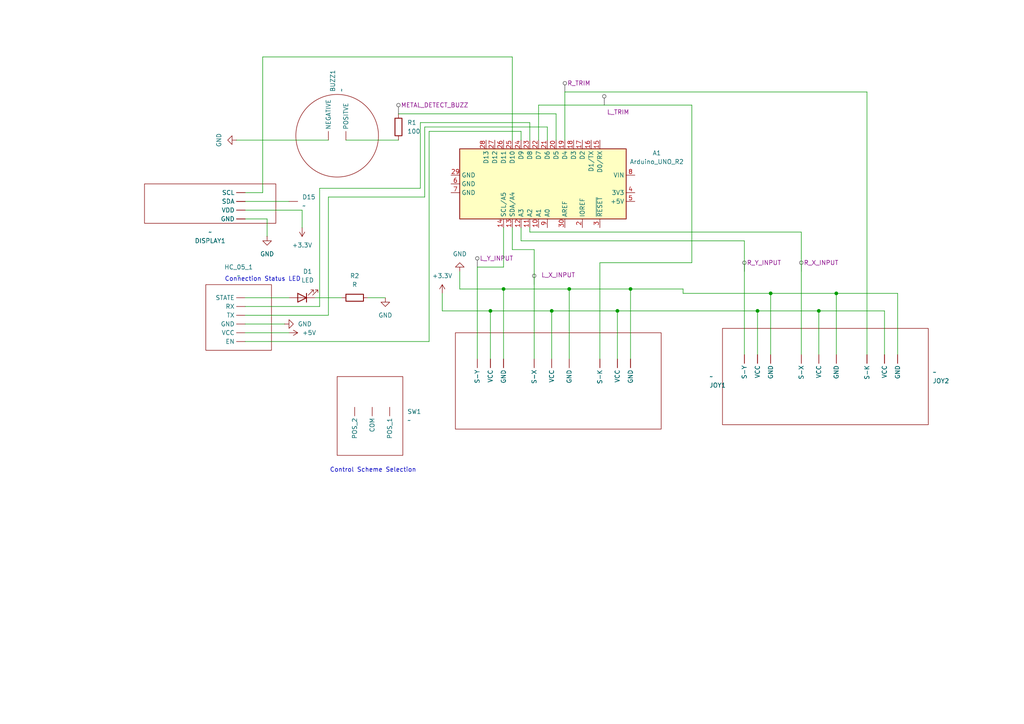
<source format=kicad_sch>
(kicad_sch (version 20250114) (generator "eeschema") (generator_version "9.0")
  (paper "A4")
  (lib_symbols
    (symbol "Device:LED" (pin_numbers (hide yes)) (pin_names (offset 1.016) (hide yes))
      (property "Reference" "D" (at 0 2.54 0))
      (property "Value" "LED" (at 0 -2.54 0))
      (symbol "LED_0_1"
        (polyline (pts (xy -3.048 -0.762) (xy -4.572 -2.286) (xy -3.81 -2.286) (xy -4.572 -2.286) (xy -4.572 -1.524)))
        (polyline (pts (xy -1.778 -0.762) (xy -3.302 -2.286) (xy -2.54 -2.286) (xy -3.302 -2.286) (xy -3.302 -1.524)))
        (polyline (pts (xy -1.27 0) (xy 1.27 0)))
        (polyline (pts (xy -1.27 -1.27) (xy -1.27 1.27)) (stroke (width 0.254)))
        (polyline (pts (xy 1.27 -1.27) (xy 1.27 1.27) (xy -1.27 0) (xy 1.27 -1.27)) (stroke (width 0.254)))
      )
      (symbol "LED_1_1"
        (pin passive line (at -3.81 0 0) (length 2.54) (name "K") (number "1"))
        (pin passive line (at 3.81 0 180) (length 2.54) (name "A") (number "2"))
      )
    )
    (symbol "Device:R" (pin_numbers (hide yes)) (pin_names (offset 0))
      (property "Reference" "R" (at 2.032 0 90))
      (property "Value" "R" (at 0 0 90))
      (symbol "R_0_1"
        (rectangle (start -1.016 -2.54) (end 1.016 2.54) (stroke (width 0.254)))
      )
      (symbol "R_1_1"
        (pin passive line (at 0 3.81 270) (length 1.27) (name "~") (number "1"))
        (pin passive line (at 0 -3.81 90) (length 1.27) (name "~") (number "2"))
      )
    )
    (symbol "JOYSTICK_1"
      (property "Reference" "JOY" (at -3.556 2.286 0))
      (symbol "JOYSTICK_1_0_1"
        (rectangle (start 48.26 -17.78) (end -11.43 10.16))
      )
      (symbol "JOYSTICK_1_1_1"
        (pin output line (at -5.08 -10.16 90) (length 2.54) (name "S-Y") (number ""))
        (pin input line (at -1.27 -10.16 90) (length 2.54) (name "VCC") (number ""))
        (pin input line (at 2.54 -10.16 90) (length 2.54) (name "GND") (number ""))
        (pin output line (at 11.43 -10.16 90) (length 2.54) (name "S-X") (number ""))
        (pin input line (at 16.51 -10.16 90) (length 2.54) (name "VCC") (number ""))
        (pin input line (at 21.59 -10.16 90) (length 2.54) (name "GND") (number ""))
        (pin output line (at 30.48 -10.16 90) (length 2.54) (name "S-K") (number ""))
        (pin input line (at 35.56 -10.16 90) (length 2.54) (name "VCC") (number ""))
        (pin input line (at 39.37 -10.16 90) (length 2.54) (name "GND") (number ""))
      )
    )
    (symbol "MCU_Module:Arduino_UNO_R2"
      (property "Reference" "A" (at -10.16 23.495 0))
      (property "Value" "Arduino_UNO_R2" (at 5.08 -26.67 0))
      (symbol "Arduino_UNO_R2_0_1"
        (rectangle (start -10.16 22.86) (end 10.16 -25.4) (stroke (width 0.254)) (fill (type background)))
      )
      (symbol "Arduino_UNO_R2_1_1"
        (pin bidirectional line (at -12.7 15.24 0) (length 2.54) (name "D0/RX") (number "15"))
        (pin bidirectional line (at -12.7 12.7 0) (length 2.54) (name "D1/TX") (number "16"))
        (pin bidirectional line (at -12.7 10.16 0) (length 2.54) (name "D2") (number "17"))
        (pin bidirectional line (at -12.7 7.62 0) (length 2.54) (name "D3") (number "18"))
        (pin bidirectional line (at -12.7 5.08 0) (length 2.54) (name "D4") (number "19"))
        (pin bidirectional line (at -12.7 2.54 0) (length 2.54) (name "D5") (number "20"))
        (pin bidirectional line (at -12.7 0 0) (length 2.54) (name "D6") (number "21"))
        (pin bidirectional line (at -12.7 -2.54 0) (length 2.54) (name "D7") (number "22"))
        (pin bidirectional line (at -12.7 -5.08 0) (length 2.54) (name "D8") (number "23"))
        (pin bidirectional line (at -12.7 -7.62 0) (length 2.54) (name "D9") (number "24"))
        (pin bidirectional line (at -12.7 -10.16 0) (length 2.54) (name "D10") (number "25"))
        (pin bidirectional line (at -12.7 -12.7 0) (length 2.54) (name "D11") (number "26"))
        (pin bidirectional line (at -12.7 -15.24 0) (length 2.54) (name "D12") (number "27"))
        (pin bidirectional line (at -12.7 -17.78 0) (length 2.54) (name "D13") (number "28"))
        (pin no_connect line (at -10.16 -20.32 0) (length 2.54) (hide yes) (name "NC") (number "1"))
        (pin power_in line (at -2.54 25.4 270) (length 2.54) (name "VIN") (number "8"))
        (pin power_in line (at -2.54 -27.94 90) (length 2.54) (name "GND") (number "29"))
        (pin power_in line (at 0 -27.94 90) (length 2.54) (name "GND") (number "6"))
        (pin power_out line (at 2.54 25.4 270) (length 2.54) (name "3V3") (number "4"))
        (pin power_in line (at 2.54 -27.94 90) (length 2.54) (name "GND") (number "7"))
        (pin power_out line (at 5.08 25.4 270) (length 2.54) (name "+5V") (number "5"))
        (pin input line (at 12.7 15.24 180) (length 2.54) (name "~{RESET}") (number "3"))
        (pin output line (at 12.7 10.16 180) (length 2.54) (name "IOREF") (number "2"))
        (pin input line (at 12.7 5.08 180) (length 2.54) (name "AREF") (number "30"))
        (pin bidirectional line (at 12.7 0 180) (length 2.54) (name "A0") (number "9"))
        (pin bidirectional line (at 12.7 -2.54 180) (length 2.54) (name "A1") (number "10"))
        (pin bidirectional line (at 12.7 -5.08 180) (length 2.54) (name "A2") (number "11"))
        (pin bidirectional line (at 12.7 -7.62 180) (length 2.54) (name "A3") (number "12"))
        (pin bidirectional line (at 12.7 -10.16 180) (length 2.54) (name "SDA/A4") (number "13"))
        (pin bidirectional line (at 12.7 -12.7 180) (length 2.54) (name "SCL/A5") (number "14"))
      )
    )
    (symbol "controller_components:BUZZ"
      (property "Reference" "BUZZ" (at 1.27 -6.604 0))
      (symbol "BUZZ_0_1"
        (circle (center 1.27 -12.7) (radius 11.9812))
      )
      (symbol "BUZZ_1_1"
        (pin passive line (at 0 -10.16 0) (length 2.54) (name "NEGATIVE") (number ""))
        (pin passive line (at 0 -15.24 0) (length 2.54) (name "POSITVE") (number ""))
      )
    )
    (symbol "controller_components:D15"
      (property "Reference" "D15" (at 0 0 0))
      (symbol "D15_1_1"
        (pin passive line (at 0 -2.54 180) (length 2.54) (name "") (number ""))
      )
    )
    (symbol "controller_components:DISPLAY"
      (property "Reference" "DISPLAY" (at 14.732 1.27 0))
      (symbol "DISPLAY_0_1"
        (rectangle (start -6.35 3.81) (end 31.75 -7.62))
      )
      (symbol "DISPLAY_1_1"
        (pin passive line (at 2.54 2.54 0) (length 2.54) (name "GND") (number ""))
        (pin passive line (at 2.54 0 0) (length 2.54) (name "VDD") (number ""))
        (pin passive line (at 2.54 -2.54 0) (length 2.54) (name "SDA") (number ""))
        (pin passive line (at 2.54 -5.08 0) (length 2.54) (name "SCL") (number ""))
      )
    )
    (symbol "controller_components:HC_05"
      (property "Reference" "HC_05" (at 0 1.27 0))
      (symbol "HC_05_0_1"
        (rectangle (start -5.08 3.81) (end 13.97 -15.24))
      )
      (symbol "HC_05_1_1"
        (pin passive line (at -2.54 -7.62 90) (length 2.54) (name "EN") (number ""))
        (pin passive line (at 0 -7.62 90) (length 2.54) (name "VCC") (number ""))
        (pin passive line (at 2.54 -7.62 90) (length 2.54) (name "GND") (number ""))
        (pin passive line (at 5.08 -7.62 90) (length 2.54) (name "TX") (number ""))
        (pin passive line (at 7.62 -7.62 90) (length 2.54) (name "RX") (number ""))
        (pin passive line (at 10.16 -7.62 90) (length 2.54) (name "STATE") (number ""))
      )
    )
    (symbol "controller_components:JOYSTICK"
      (property "Reference" "JOY" (at -3.556 2.286 0))
      (symbol "JOYSTICK_0_1"
        (rectangle (start 48.26 -17.78) (end -11.43 10.16))
      )
      (symbol "JOYSTICK_1_1"
        (pin output line (at -5.08 -10.16 90) (length 2.54) (name "S-Y") (number ""))
        (pin input line (at -1.27 -10.16 90) (length 2.54) (name "VCC") (number ""))
        (pin input line (at 2.54 -10.16 90) (length 2.54) (name "GND") (number ""))
        (pin output line (at 11.43 -10.16 90) (length 2.54) (name "S-X") (number ""))
        (pin input line (at 16.51 -10.16 90) (length 2.54) (name "VCC") (number ""))
        (pin input line (at 21.59 -10.16 90) (length 2.54) (name "GND") (number ""))
        (pin output line (at 30.48 -10.16 90) (length 2.54) (name "S-K") (number ""))
        (pin input line (at 35.56 -10.16 90) (length 2.54) (name "VCC") (number ""))
        (pin input line (at 39.37 -10.16 90) (length 2.54) (name "GND") (number ""))
      )
    )
    (symbol "controller_components:SWITCH"
      (property "Reference" "SW" (at 3.556 -1.524 0))
      (symbol "SWITCH_0_1"
        (rectangle (start -5.08 1.27) (end 13.97 -21.59))
      )
      (symbol "SWITCH_1_1"
        (pin passive line (at -1.27 -12.7 90) (length 2.54) (name "POS_1") (number ""))
        (pin passive line (at 3.81 -12.7 90) (length 2.54) (name "COM") (number ""))
        (pin passive line (at 8.89 -12.7 90) (length 2.54) (name "POS_2") (number ""))
      )
    )
    (symbol "power:+3.3V" (power) (pin_numbers (hide yes)) (pin_names (offset 0) (hide yes))
      (property "Value" "+3.3V" (at 0 3.556 0))
      (symbol "+3.3V_0_1"
        (polyline (pts (xy -0.762 1.27) (xy 0 2.54)))
        (polyline (pts (xy 0 2.54) (xy 0.762 1.27)))
        (polyline (pts (xy 0 0) (xy 0 2.54)))
      )
      (symbol "+3.3V_1_1"
        (pin power_in line (at 0 0 90) (length 0) (name "~") (number "1"))
      )
    )
    (symbol "power:+5V" (power) (pin_numbers (hide yes)) (pin_names (offset 0) (hide yes))
      (property "Value" "+5V" (at 0 3.556 0))
      (symbol "+5V_0_1"
        (polyline (pts (xy -0.762 1.27) (xy 0 2.54)))
        (polyline (pts (xy 0 2.54) (xy 0.762 1.27)))
        (polyline (pts (xy 0 0) (xy 0 2.54)))
      )
      (symbol "+5V_1_1"
        (pin power_in line (at 0 0 90) (length 0) (name "~") (number "1"))
      )
    )
    (symbol "power:GND" (power) (pin_numbers (hide yes)) (pin_names (offset 0) (hide yes))
      (property "Value" "GND" (at 0 -3.81 0))
      (symbol "GND_0_1"
        (polyline (pts (xy 0 0) (xy 0 -1.27) (xy 1.27 -1.27) (xy 0 -2.54) (xy -1.27 -1.27) (xy 0 -1.27)))
      )
      (symbol "GND_1_1"
        (pin power_in line (at 0 0 270) (length 0) (name "~") (number "1"))
      )
    )
  )
  (text "Connection Status LED" (at 76.2 81.026 0) (effects (font (size 1.27 1.27))))
  (text "Control Scheme Selection\n" (at 108.204 136.398 0) (effects (font (size 1.27 1.27))))
  (junction (at 146.05 83.82))
  (junction (at 219.71 90.17))
  (junction (at 182.88 83.82))
  (junction (at 242.57 85.09))
  (junction (at 223.52 85.09))
  (junction (at 160.02 90.17))
  (junction (at 142.24 90.17))
  (junction (at 165.1 83.82))
  (junction (at 237.49 90.17))
  (junction (at 179.07 90.17))
  (wire (pts (xy 156.21 30.48) (xy 200.66 30.48)))
  (wire (pts (xy 151.13 40.64) (xy 151.13 38.1)))
  (wire (pts (xy 161.29 33.02) (xy 115.57 33.02)))
  (wire (pts (xy 256.54 90.17) (xy 237.49 90.17)))
  (wire (pts (xy 76.2 55.88) (xy 71.12 55.88)))
  (wire (pts (xy 223.52 85.09) (xy 198.12 85.09)))
  (wire (pts (xy 133.35 83.82) (xy 146.05 83.82)))
  (wire (pts (xy 154.94 72.39) (xy 154.94 104.14)))
  (wire (pts (xy 68.58 40.64) (xy 95.25 40.64)))
  (wire (pts (xy 215.9 102.87) (xy 215.9 69.85)))
  (wire (pts (xy 115.57 40.64) (xy 100.33 40.64)))
  (wire (pts (xy 92.71 54.61) (xy 92.71 88.9)))
  (wire (pts (xy 87.63 60.96) (xy 87.63 66.04)))
  (wire (pts (xy 77.47 63.5) (xy 71.12 63.5)))
  (wire (pts (xy 121.92 35.56) (xy 121.92 54.61)))
  (wire (pts (xy 158.75 36.83) (xy 158.75 40.64)))
  (wire (pts (xy 232.41 67.31) (xy 153.67 67.31)))
  (wire (pts (xy 146.05 77.47) (xy 146.05 66.04)))
  (wire (pts (xy 173.99 76.2) (xy 200.66 76.2)))
  (wire (pts (xy 146.05 83.82) (xy 146.05 104.14)))
  (wire (pts (xy 148.59 16.51) (xy 76.2 16.51)))
  (wire (pts (xy 95.25 57.15) (xy 123.19 57.15)))
  (wire (pts (xy 142.24 104.14) (xy 142.24 90.17)))
  (wire (pts (xy 232.41 102.87) (xy 232.41 67.31)))
  (wire (pts (xy 123.19 57.15) (xy 123.19 36.83)))
  (wire (pts (xy 148.59 72.39) (xy 148.59 66.04)))
  (wire (pts (xy 260.35 102.87) (xy 260.35 85.09)))
  (wire (pts (xy 219.71 90.17) (xy 179.07 90.17)))
  (wire (pts (xy 179.07 90.17) (xy 160.02 90.17)))
  (wire (pts (xy 124.46 38.1) (xy 124.46 99.06)))
  (wire (pts (xy 92.71 88.9) (xy 71.12 88.9)))
  (wire (pts (xy 138.43 77.47) (xy 146.05 77.47)))
  (wire (pts (xy 198.12 83.82) (xy 182.88 83.82)))
  (wire (pts (xy 91.44 86.36) (xy 99.06 86.36)))
  (wire (pts (xy 142.24 90.17) (xy 128.27 90.17)))
  (wire (pts (xy 151.13 38.1) (xy 124.46 38.1)))
  (wire (pts (xy 71.12 91.44) (xy 95.25 91.44)))
  (wire (pts (xy 148.59 72.39) (xy 154.94 72.39)))
  (wire (pts (xy 256.54 102.87) (xy 256.54 90.17)))
  (wire (pts (xy 151.13 69.85) (xy 151.13 66.04)))
  (wire (pts (xy 156.21 40.64) (xy 156.21 30.48)))
  (wire (pts (xy 160.02 90.17) (xy 142.24 90.17)))
  (wire (pts (xy 161.29 40.64) (xy 161.29 33.02)))
  (wire (pts (xy 128.27 90.17) (xy 128.27 85.09)))
  (wire (pts (xy 173.99 104.14) (xy 173.99 76.2)))
  (wire (pts (xy 123.19 36.83) (xy 158.75 36.83)))
  (wire (pts (xy 71.12 93.98) (xy 82.55 93.98)))
  (wire (pts (xy 223.52 102.87) (xy 223.52 85.09)))
  (wire (pts (xy 165.1 83.82) (xy 146.05 83.82)))
  (wire (pts (xy 77.47 63.5) (xy 77.47 68.58)))
  (wire (pts (xy 251.46 26.67) (xy 251.46 102.87)))
  (wire (pts (xy 121.92 54.61) (xy 92.71 54.61)))
  (wire (pts (xy 71.12 96.52) (xy 83.82 96.52)))
  (wire (pts (xy 200.66 76.2) (xy 200.66 30.48)))
  (wire (pts (xy 71.12 60.96) (xy 87.63 60.96)))
  (wire (pts (xy 163.83 26.67) (xy 251.46 26.67)))
  (wire (pts (xy 138.43 104.14) (xy 138.43 77.47)))
  (wire (pts (xy 165.1 104.14) (xy 165.1 83.82)))
  (wire (pts (xy 124.46 99.06) (xy 71.12 99.06)))
  (wire (pts (xy 71.12 58.42) (xy 83.82 58.42)))
  (wire (pts (xy 215.9 69.85) (xy 151.13 69.85)))
  (wire (pts (xy 182.88 83.82) (xy 165.1 83.82)))
  (wire (pts (xy 260.35 85.09) (xy 242.57 85.09)))
  (wire (pts (xy 106.68 86.36) (xy 111.76 86.36)))
  (wire (pts (xy 219.71 102.87) (xy 219.71 90.17)))
  (wire (pts (xy 179.07 90.17) (xy 179.07 104.14)))
  (wire (pts (xy 153.67 40.64) (xy 153.67 35.56)))
  (wire (pts (xy 237.49 90.17) (xy 219.71 90.17)))
  (wire (pts (xy 148.59 40.64) (xy 148.59 16.51)))
  (wire (pts (xy 223.52 85.09) (xy 242.57 85.09)))
  (wire (pts (xy 163.83 40.64) (xy 163.83 26.67)))
  (wire (pts (xy 71.12 86.36) (xy 83.82 86.36)))
  (wire (pts (xy 182.88 104.14) (xy 182.88 83.82)))
  (wire (pts (xy 95.25 91.44) (xy 95.25 57.15)))
  (wire (pts (xy 160.02 90.17) (xy 160.02 104.14)))
  (wire (pts (xy 242.57 85.09) (xy 242.57 102.87)))
  (wire (pts (xy 133.35 78.74) (xy 133.35 83.82)))
  (wire (pts (xy 198.12 85.09) (xy 198.12 83.82)))
  (wire (pts (xy 153.67 35.56) (xy 121.92 35.56)))
  (wire (pts (xy 237.49 102.87) (xy 237.49 90.17)))
  (wire (pts (xy 153.67 67.31) (xy 153.67 66.04)))
  (wire (pts (xy 76.2 16.51) (xy 76.2 55.88)))
  (netclass_flag "" (length 2.54) (shape round) (at 175.26 30.48 0) (property "Netclass" "L_TRIM" (at 176.022 32.512 0) (effects (justify left))))
  (netclass_flag "" (length 2.54) (shape round) (at 154.94 82.55 0) (property "Netclass" "L_X_INPUT" (at 156.972 79.756 0) (effects (justify left))))
  (netclass_flag "" (length 2.54) (shape round) (at 163.83 26.67 0) (property "Netclass" "R_TRIM" (at 164.5285 24.13 0) (effects (justify left))))
  (netclass_flag "" (length 2.54) (shape round) (at 232.41 78.74 0) (property "Netclass" "R_X_INPUT" (at 233.1085 76.2 0) (effects (justify left))))
  (netclass_flag "" (length 2.54) (shape round) (at 138.43 77.47 0) (property "Netclass" "L_Y_INPUT" (at 139.1285 74.93 0) (effects (justify left))))
  (netclass_flag "" (length 2.54) (shape round) (at 215.9 78.74 0) (property "Netclass" "R_Y_INPUT" (at 216.5985 76.2 0) (effects (justify left))))
  (netclass_flag "" (length 2.54) (shape round) (at 115.57 33.02 0) (property "Netclass" "METAL_DETECT_BUZZ" (at 116.2685 30.48 0) (effects (justify left))))
  (symbol (lib_id "Device:R") (at 115.57 36.83 0) (unit 1)
    (property "Reference" "R1" (at 118.11 35.5599 0) (effects (justify left)))
    (property "Value" "100" (at 118.11 38.0999 0) (effects (justify left)))
    (property "Description" "Resistor" (effects (hide yes)))
  )
  (symbol (lib_id "controller_components:JOYSTICK") (at 143.51 114.3 0) (mirror x) (unit 1)
    (property "Reference" "JOY1" (at 205.74 111.7601 0) (effects (justify left)))
    (property "Value" "~" (at 205.74 109.2201 0) (effects (justify left)))
  )
  (symbol (lib_id "controller_components:DISPLAY") (at 73.66 60.96 180) (unit 1)
    (property "Reference" "DISPLAY1" (at 60.96 69.85 0))
    (property "Value" "~" (at 60.96 67.31 0))
  )
  (symbol (lib_id "power:GND") (at 77.47 68.58 0) (unit 1)
    (property "Reference" "#PWR02" (effects (hide yes)))
    (property "Value" "GND" (at 77.47 73.66 0))
    (property "Description" "Power symbol creates a global label with name \"GND\" , ground" (effects (hide yes)))
  )
  (symbol (lib_id "power:GND") (at 68.58 40.64 270) (unit 1)
    (property "Reference" "#PWR01" (effects (hide yes)))
    (property "Value" "GND" (at 63.5 40.64 0))
    (property "Description" "Power symbol creates a global label with name \"GND\" , ground" (effects (hide yes)))
  )
  (symbol (lib_id "power:GND") (at 111.76 86.36 0) (unit 1)
    (property "Reference" "#PWR08" (effects (hide yes)))
    (property "Value" "GND" (at 111.76 91.44 0))
    (property "Description" "Power symbol creates a global label with name \"GND\" , ground" (effects (hide yes)))
  )
  (symbol (lib_id "power:+5V") (at 83.82 96.52 270) (unit 1)
    (property "Reference" "#PWR06" (effects (hide yes)))
    (property "Value" "+5V" (at 87.63 96.5199 90) (effects (justify left)))
    (property "Description" "Power symbol creates a global label with name \"+5V\"" (effects (hide yes)))
  )
  (symbol (lib_id "Device:LED") (at 87.63 86.36 180) (unit 1)
    (property "Reference" "D1" (at 89.2175 78.74 0))
    (property "Value" "LED" (at 89.2175 81.28 0))
    (property "Description" "Light emitting diode" (effects (hide yes)))
    (property "Sim.Pins" "1=K 2=A" (effects (hide yes)))
  )
  (symbol (lib_id "power:+3.3V") (at 87.63 66.04 180) (unit 1)
    (property "Reference" "#PWR03" (effects (hide yes)))
    (property "Value" "+3.3V" (at 87.63 71.12 0))
    (property "Description" "Power symbol creates a global label with name \"+3.3V\"" (effects (hide yes)))
  )
  (symbol (lib_id "power:GND") (at 133.35 78.74 180) (unit 1)
    (property "Reference" "#PWR05" (effects (hide yes)))
    (property "Value" "GND" (at 133.35 73.66 0))
    (property "Description" "Power symbol creates a global label with name \"GND\" , ground" (effects (hide yes)))
  )
  (symbol (lib_id "controller_components:BUZZ") (at 85.09 40.64 90) (unit 1)
    (property "Reference" "BUZZ1" (at 96.5199 26.67 0) (effects (justify left)))
    (property "Value" "~" (at 99.0599 26.67 0) (effects (justify left)))
  )
  (symbol (lib_id "Device:R") (at 102.87 86.36 90) (unit 1)
    (property "Reference" "R2" (at 102.87 80.01 90))
    (property "Value" "R" (at 102.87 82.55 90))
    (property "Description" "Resistor" (effects (hide yes)))
  )
  (symbol (lib_id "power:+3.3V") (at 128.27 85.09 0) (unit 1)
    (property "Reference" "#PWR04" (effects (hide yes)))
    (property "Value" "+3.3V" (at 128.27 80.01 0))
    (property "Description" "Power symbol creates a global label with name \"+3.3V\"" (effects (hide yes)))
  )
  (symbol (lib_name "JOYSTICK_1") (lib_id "controller_components:JOYSTICK") (at 220.98 113.03 0) (mirror x) (unit 1)
    (property "Reference" "JOY2" (at 270.51 110.4901 0) (effects (justify left)))
    (property "Value" "~" (at 270.51 107.9501 0) (effects (justify left)))
  )
  (symbol (lib_id "MCU_Module:Arduino_UNO_R2") (at 158.75 53.34 270) (unit 1)
    (property "Reference" "A1" (at 190.5 44.3798 90))
    (property "Value" "Arduino_UNO_R2" (at 190.5 46.9198 90))
    (property "Footprint" "Module:Arduino_UNO_R2" (effects (hide yes)))
    (property "Datasheet" "https://www.arduino.cc/en/Main/arduinoBoardUno" (effects (hide yes)))
    (property "Description" "Arduino UNO Microcontroller Module, release 2" (effects (hide yes)))
  )
  (symbol (lib_id "power:GND") (at 82.55 93.98 90) (unit 1)
    (property "Reference" "#PWR07" (effects (hide yes)))
    (property "Value" "GND" (at 86.36 93.9799 90) (effects (justify right)))
    (property "Description" "Power symbol creates a global label with name \"GND\" , ground" (effects (hide yes)))
  )
  (symbol (lib_id "controller_components:D15") (at 83.82 60.96 180) (unit 1)
    (property "Reference" "D15" (at 87.63 57.1499 0) (effects (justify right)))
    (property "Value" "~" (at 87.63 59.6899 0) (effects (justify right)))
  )
  (symbol (lib_id "controller_components:SWITCH") (at 111.76 130.81 180) (unit 1)
    (property "Reference" "SW1" (at 118.11 119.3799 0) (effects (justify right)))
    (property "Value" "~" (at 118.11 121.9199 0) (effects (justify right)))
  )
  (symbol (lib_id "controller_components:HC_05") (at 63.5 96.52 90) (unit 1)
    (property "Reference" "HC_05_1" (at 69.215 77.47 90))
    (property "Value" "~" (at 69.215 80.01 90))
  )
)
</source>
